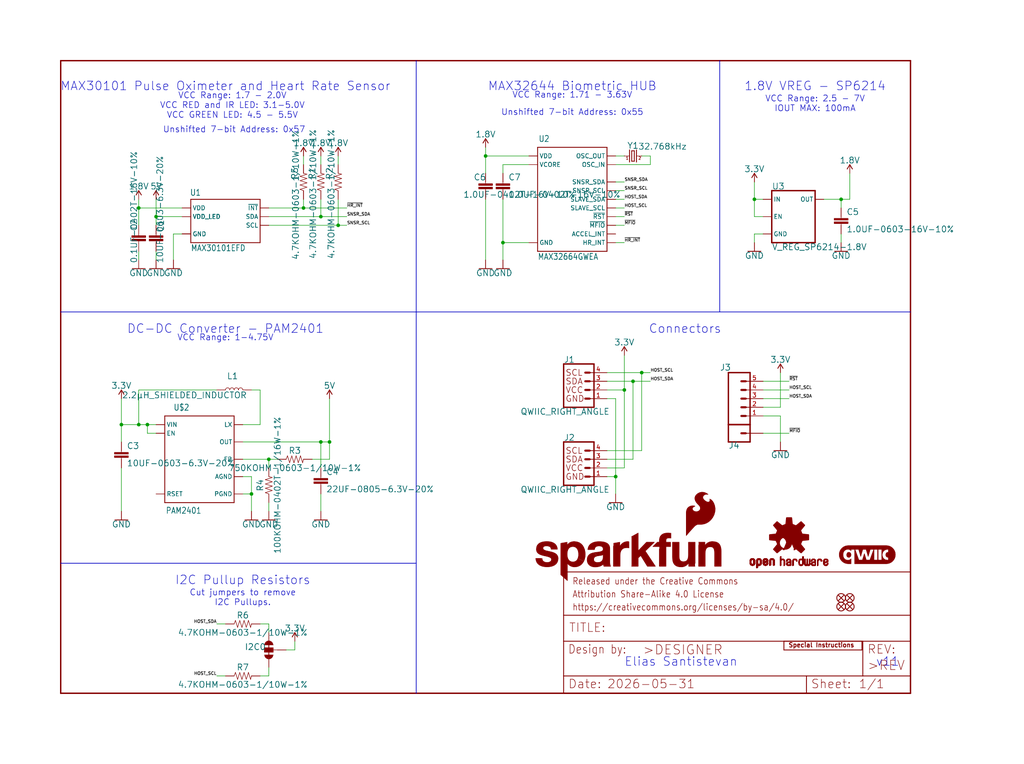
<source format=kicad_sch>
(kicad_sch (version 20230121) (generator eeschema)
  (paper "User" 299.949 223.926)
  (lib_symbols
    (symbol "working-eagle-import:0.1UF-0402T-16V-10%"
      (property "Reference" "C" (at 1.524 2.921 0))
      (symbol "0.1UF-0402T-16V-10%_1_0"
        (pin passive line (at 0 5.08 270) (length 2.54) (name "1") (number "1"))
        (pin passive line (at 0 -2.54 90) (length 2.54) (name "2") (number "2"))
      )
    )
    (symbol "working-eagle-import:1.0UF-0402T-16V-10%"
      (property "Reference" "C" (at 1.524 2.921 0))
      (symbol "1.0UF-0402T-16V-10%_1_0"
        (pin passive line (at 0 5.08 270) (length 2.54) (name "1") (number "1"))
        (pin passive line (at 0 -2.54 90) (length 2.54) (name "2") (number "2"))
      )
    )
    (symbol "working-eagle-import:1.0UF-0603-16V-10%"
      (property "Reference" "C" (at 1.524 2.921 0))
      (symbol "1.0UF-0603-16V-10%_1_0"
        (pin passive line (at 0 5.08 270) (length 2.54) (name "1") (number "1"))
        (pin passive line (at 0 -2.54 90) (length 2.54) (name "2") (number "2"))
      )
    )
    (symbol "working-eagle-import:1.8V" (power)
      (property "Value" "1.8V" (at 0 2.794 0))
      (symbol "1.8V_1_0"
        (pin power_in line (at 0 0 90) (length 2.54) (name "1.8V") (number "1"))
      )
    )
    (symbol "working-eagle-import:100KOHM-0402T-1/16W-1%"
      (property "Reference" "R" (at 0 1.524 0))
      (symbol "100KOHM-0402T-1/16W-1%_1_0"
        (pin passive line (at -5.08 0 0) (length 2.54) (name "1") (number "1"))
        (pin passive line (at 5.08 0 180) (length 2.54) (name "2") (number "2"))
      )
    )
    (symbol "working-eagle-import:10UF-0603-6.3V-20%"
      (property "Reference" "C" (at 1.524 2.921 0))
      (symbol "10UF-0603-6.3V-20%_1_0"
        (pin passive line (at 0 5.08 270) (length 2.54) (name "1") (number "1"))
        (pin passive line (at 0 -2.54 90) (length 2.54) (name "2") (number "2"))
      )
    )
    (symbol "working-eagle-import:2.2μH_SHIELDED_INDUCTOR"
      (property "Reference" "L" (at 1.27 2.54 0))
      (symbol "2.2μH_SHIELDED_INDUCTOR_1_0"
        (pin passive line (at 0 5.08 270) (length 2.54) (name "1") (number "1"))
        (pin passive line (at 0 -5.08 90) (length 2.54) (name "2") (number "2"))
      )
    )
    (symbol "working-eagle-import:22UF-0805-6.3V-20%"
      (property "Reference" "C" (at 1.524 2.921 0))
      (symbol "22UF-0805-6.3V-20%_1_0"
        (pin passive line (at 0 5.08 270) (length 2.54) (name "1") (number "1"))
        (pin passive line (at 0 -2.54 90) (length 2.54) (name "2") (number "2"))
      )
    )
    (symbol "working-eagle-import:3.3V" (power)
      (property "Value" "3.3V" (at 0 2.794 0))
      (symbol "3.3V_1_0"
        (pin power_in line (at 0 0 90) (length 2.54) (name "3.3V") (number "1"))
      )
    )
    (symbol "working-eagle-import:4.7KOHM-0603-1/10W-1%"
      (property "Reference" "R" (at 0 1.524 0))
      (symbol "4.7KOHM-0603-1/10W-1%_1_0"
        (pin passive line (at -5.08 0 0) (length 2.54) (name "1") (number "1"))
        (pin passive line (at 5.08 0 180) (length 2.54) (name "2") (number "2"))
      )
    )
    (symbol "working-eagle-import:5V" (power)
      (property "Value" "5V" (at 0 2.794 0))
      (symbol "5V_1_0"
        (pin power_in line (at 0 0 90) (length 2.54) (name "5V") (number "1"))
      )
    )
    (symbol "working-eagle-import:750KOHM-0603-1/10W-1%"
      (property "Reference" "R" (at 0 1.524 0))
      (symbol "750KOHM-0603-1/10W-1%_1_0"
        (pin passive line (at -5.08 0 0) (length 2.54) (name "1") (number "1"))
        (pin passive line (at 5.08 0 180) (length 2.54) (name "2") (number "2"))
      )
    )
    (symbol "working-eagle-import:CONN_01PTH_NO_SILK_YES_STOP"
      (property "Reference" "J" (at -2.54 3.048 0))
      (symbol "CONN_01PTH_NO_SILK_YES_STOP_1_0"
        (pin passive line (at 7.62 0 180) (length 5.08) (name "1") (number "1"))
      )
    )
    (symbol "working-eagle-import:CONN_05NO_SILK"
      (property "Reference" "J" (at -2.54 8.128 0))
      (symbol "CONN_05NO_SILK_1_0"
        (pin passive line (at 7.62 -5.08 180) (length 5.08) (name "1") (number "1"))
        (pin passive line (at 7.62 -2.54 180) (length 5.08) (name "2") (number "2"))
        (pin passive line (at 7.62 0 180) (length 5.08) (name "3") (number "3"))
        (pin passive line (at 7.62 2.54 180) (length 5.08) (name "4") (number "4"))
        (pin passive line (at 7.62 5.08 180) (length 5.08) (name "5") (number "5"))
      )
    )
    (symbol "working-eagle-import:CRYSTAL-32.768KHZSMD-3.2X1.5"
      (property "Reference" "Y" (at 0 2.032 0))
      (symbol "CRYSTAL-32.768KHZSMD-3.2X1.5_1_0"
        (text "1" (at -2.159 -1.143 0) (effects (font (size 0.8636 0.734)) (justify left bottom)))
        (text "2" (at 1.524 -1.143 0) (effects (font (size 0.8636 0.734)) (justify left bottom)))
        (pin passive line (at -2.54 0 0) (length 0) (name "1") (number "P$1"))
        (pin passive line (at 2.54 0 180) (length 0) (name "2") (number "P$2"))
      )
    )
    (symbol "working-eagle-import:FIDUCIALUFIDUCIAL")
    (symbol "working-eagle-import:FRAME-LETTER"
      (symbol "FRAME-LETTER_2_0"
        (text "${#}/${##}" (at 86.36 1.27 0) (effects (font (size 2.54 2.54)) (justify left bottom)))
        (text "${CURRENT_DATE}" (at 12.7 1.27 0) (effects (font (size 2.54 2.54)) (justify left bottom)))
        (text "${PROJECTNAME}" (at 15.494 17.78 0) (effects (font (size 2.7432 2.7432)) (justify left bottom)))
        (text ">DESIGNER" (at 23.114 11.176 0) (effects (font (size 2.7432 2.7432)) (justify left bottom)))
        (text ">REV" (at 88.9 6.604 0) (effects (font (size 2.7432 2.7432)) (justify left bottom)))
        (text "Attribution Share-Alike 4.0 License" (at 2.54 27.94 0) (effects (font (size 1.9304 1.6408)) (justify left bottom)))
        (text "Date:" (at 1.27 1.27 0) (effects (font (size 2.54 2.54)) (justify left bottom)))
        (text "Design by:" (at 1.27 11.43 0) (effects (font (size 2.54 2.159)) (justify left bottom)))
        (text "https://creativecommons.org/licenses/by-sa/4.0/" (at 2.54 24.13 0) (effects (font (size 1.9304 1.6408)) (justify left bottom)))
        (text "Released under the Creative Commons" (at 2.54 31.75 0) (effects (font (size 1.9304 1.6408)) (justify left bottom)))
        (text "REV:" (at 88.9 11.43 0) (effects (font (size 2.54 2.54)) (justify left bottom)))
        (text "Sheet:" (at 72.39 1.27 0) (effects (font (size 2.54 2.54)) (justify left bottom)))
        (text "TITLE:" (at 1.524 17.78 0) (effects (font (size 2.54 2.54)) (justify left bottom)))
      )
    )
    (symbol "working-eagle-import:GND" (power)
      (property "Value" "GND" (at 0 -0.254 0))
      (symbol "GND_1_0"
        (pin power_in line (at 0 2.54 270) (length 2.54) (name "GND") (number "1"))
      )
    )
    (symbol "working-eagle-import:JUMPER-SMT_3_2-NC_TRACE_SILK"
      (property "Reference" "JP" (at 6.096 1.524 0))
      (symbol "JUMPER-SMT_3_2-NC_TRACE_SILK_1_0"
        (pin passive line (at 0 5.08 270) (length 2.54) (name "1") (number "1"))
        (pin passive line (at -5.08 0 0) (length 2.54) (name "2") (number "2"))
        (pin passive line (at 0 -5.08 90) (length 2.54) (name "3") (number "3"))
      )
    )
    (symbol "working-eagle-import:MAX30101EFD"
      (property "Reference" "U" (at -10.16 8.128 0))
      (symbol "MAX30101EFD_1_0"
        (pin power_in line (at -12.7 2.54 0) (length 2.54) (name "VDD_LED") (number "P10"))
        (pin power_in line (at -12.7 5.08 0) (length 2.54) (name "VDD") (number "P11"))
        (pin power_in line (at -12.7 -2.54 0) (length 2.54) (name "GND") (number "P12"))
        (pin bidirectional line (at 12.7 5.08 180) (length 2.54) (name "~{INT}") (number "P13"))
        (pin bidirectional line (at 12.7 0 180) (length 2.54) (name "SCL") (number "P2"))
        (pin bidirectional line (at 12.7 2.54 180) (length 2.54) (name "SDA") (number "P3"))
        (pin power_in line (at -12.7 -2.54 0) (length 2.54) (name "GND") (number "P4"))
        (pin power_in line (at -12.7 2.54 0) (length 2.54) (name "VDD_LED") (number "P9"))
      )
    )
    (symbol "working-eagle-import:MAX32664GWEA"
      (property "Reference" "U" (at -10.16 18.288 0))
      (symbol "MAX32664GWEA_1_0"
        (pin bidirectional line (at 12.7 15.24 180) (length 2.54) (name "OSC_OUT") (number "1"))
        (pin bidirectional line (at 12.7 0 180) (length 2.54) (name "SLAVE_SCL") (number "10"))
        (pin bidirectional line (at 12.7 -2.54 180) (length 2.54) (name "~{RST}") (number "12"))
        (pin power_in line (at -12.7 -10.16 0) (length 2.54) (name "GND") (number "13"))
        (pin bidirectional line (at 12.7 7.62 180) (length 2.54) (name "SNSR_SDA") (number "14"))
        (pin bidirectional line (at 12.7 -7.62 180) (length 2.54) (name "ACCEL_INT") (number "15"))
        (pin bidirectional line (at 12.7 -5.08 180) (length 2.54) (name "~{MFIO}") (number "16"))
        (pin bidirectional line (at 12.7 12.7 180) (length 2.54) (name "OSC_IN") (number "2"))
        (pin power_in line (at -12.7 15.24 0) (length 2.54) (name "VDD") (number "3"))
        (pin power_in line (at -12.7 12.7 0) (length 2.54) (name "VCORE") (number "4"))
        (pin bidirectional line (at 12.7 5.08 180) (length 2.54) (name "SNSR_SCL") (number "5"))
        (pin bidirectional line (at 12.7 -10.16 180) (length 2.54) (name "HR_INT") (number "6"))
        (pin bidirectional line (at 12.7 2.54 180) (length 2.54) (name "SLAVE_SDA") (number "9"))
      )
    )
    (symbol "working-eagle-import:OSHW-LOGOMINI")
    (symbol "working-eagle-import:PAM2401"
      (property "Reference" "U" (at -10.16 13.208 0))
      (symbol "PAM2401_1_0"
        (pin bidirectional line (at 12.7 10.16 180) (length 2.54) (name "LX") (number "1"))
        (pin bidirectional line (at -12.7 7.62 0) (length 2.54) (name "EN") (number "2"))
        (pin bidirectional line (at -12.7 10.16 0) (length 2.54) (name "VIN") (number "3"))
        (pin bidirectional line (at 12.7 -5.08 180) (length 2.54) (name "AGND") (number "4"))
        (pin bidirectional line (at 12.7 0 180) (length 2.54) (name "FB") (number "5"))
        (pin bidirectional line (at -12.7 -10.16 0) (length 2.54) (name "RSET") (number "6"))
        (pin bidirectional line (at 12.7 5.08 180) (length 2.54) (name "OUT") (number "7"))
        (pin bidirectional line (at 12.7 -10.16 180) (length 2.54) (name "PGND") (number "8"))
      )
    )
    (symbol "working-eagle-import:QWIIC_CONNECTORJS-1MM"
      (property "Reference" "J" (at -5.08 7.874 0))
      (symbol "QWIIC_CONNECTORJS-1MM_1_0"
        (text "GND" (at -4.572 -2.54 0) (effects (font (size 1.778 1.778)) (justify left)))
        (text "SCL" (at -4.572 5.08 0) (effects (font (size 1.778 1.778)) (justify left)))
        (text "SDA" (at -4.572 2.54 0) (effects (font (size 1.778 1.778)) (justify left)))
        (text "VCC" (at -4.572 0 0) (effects (font (size 1.778 1.778)) (justify left)))
        (pin power_in line (at 7.62 -2.54 180) (length 5.08) (name "1") (number "1"))
        (pin power_in line (at 7.62 0 180) (length 5.08) (name "2") (number "2"))
        (pin passive line (at 7.62 2.54 180) (length 5.08) (name "3") (number "3"))
        (pin passive line (at 7.62 5.08 180) (length 5.08) (name "4") (number "4"))
      )
    )
    (symbol "working-eagle-import:QWIIC_LOGO_4MM")
    (symbol "working-eagle-import:SFE_LOGO_FLAME.1_INCH")
    (symbol "working-eagle-import:SFE_LOGO_NAME.1_INCH")
    (symbol "working-eagle-import:SPECIAL_INSTRUCTIONS-ORDERING"
      (symbol "SPECIAL_INSTRUCTIONS-ORDERING_1_0"
        (text "Special Instructions" (at 1.27 0.6985 0) (effects (font (size 1.27 1.27) (thickness 0.254) bold) (justify left bottom)))
      )
    )
    (symbol "working-eagle-import:V_REG_SP6214-1.8V"
      (property "Reference" "U" (at -7.62 7.874 0))
      (symbol "V_REG_SP6214-1.8V_1_0"
        (pin input line (at -10.16 5.08 0) (length 2.54) (name "IN") (number "1"))
        (pin input line (at -10.16 -5.08 0) (length 2.54) (name "GND") (number "2"))
        (pin input line (at -10.16 0 0) (length 2.54) (name "EN") (number "3"))
        (pin passive line (at 7.62 5.08 180) (length 2.54) (name "OUT") (number "5"))
      )
    )
  )
  (junction (at 220.98 58.42))
  (junction (at 147.32 71.12))
  (junction (at 40.64 124.46))
  (junction (at 142.24 45.72))
  (junction (at 96.52 129.54))
  (junction (at 185.42 111.76))
  (junction (at 45.72 63.5))
  (junction (at 78.74 134.62))
  (junction (at 88.9 60.96))
  (junction (at 40.64 60.96))
  (junction (at 93.98 129.54))
  (junction (at 73.66 144.78))
  (junction (at 35.56 124.46))
  (junction (at 180.34 139.7))
  (junction (at 182.88 114.3))
  (junction (at 43.18 124.46))
  (junction (at 246.38 58.42))
  (junction (at 187.96 109.22))
  (junction (at 99.06 66.04))
  (junction (at 93.98 63.5))
  (wire (pts (xy 86.36 190.5) (xy 86.36 187.96)) (stroke (width 0.1524)))
  (wire (pts (xy 53.34 63.5) (xy 45.72 63.5)) (stroke (width 0.1524)))
  (wire (pts (xy 180.34 55.88) (xy 182.88 55.88)) (stroke (width 0.1524)))
  (wire (pts (xy 228.6 121.92) (xy 228.6 129.54)) (stroke (width 0.1524)))
  (wire (pts (xy 220.98 68.58) (xy 220.98 71.12)) (stroke (width 0.1524)))
  (wire (pts (xy 66.04 198.12) (xy 63.5 198.12)) (stroke (width 0.1524)))
  (wire (pts (xy 99.06 66.04) (xy 99.06 58.42)) (stroke (width 0.1524)))
  (polyline (pts (xy 210.82 91.44) (xy 266.7 91.44)) (stroke (width 0.2032) (type solid)))
  (wire (pts (xy 180.34 58.42) (xy 182.88 58.42)) (stroke (width 0.1524)))
  (wire (pts (xy 177.8 134.62) (xy 185.42 134.62)) (stroke (width 0.1524)))
  (polyline (pts (xy 210.82 91.44) (xy 210.82 17.78)) (stroke (width 0.2032) (type solid)))
  (wire (pts (xy 246.38 60.96) (xy 246.38 58.42)) (stroke (width 0.1524)))
  (wire (pts (xy 101.6 63.5) (xy 93.98 63.5)) (stroke (width 0.1524)))
  (wire (pts (xy 96.52 134.62) (xy 96.52 129.54)) (stroke (width 0.1524)))
  (wire (pts (xy 177.8 111.76) (xy 185.42 111.76)) (stroke (width 0.1524)))
  (wire (pts (xy 63.5 114.3) (xy 40.64 114.3)) (stroke (width 0.1524)))
  (wire (pts (xy 78.74 147.32) (xy 78.74 149.86)) (stroke (width 0.1524)))
  (wire (pts (xy 91.44 134.62) (xy 96.52 134.62)) (stroke (width 0.1524)))
  (wire (pts (xy 142.24 50.8) (xy 142.24 45.72)) (stroke (width 0.1524)))
  (wire (pts (xy 154.94 45.72) (xy 142.24 45.72)) (stroke (width 0.1524)))
  (wire (pts (xy 220.98 63.5) (xy 220.98 58.42)) (stroke (width 0.1524)))
  (wire (pts (xy 45.72 63.5) (xy 45.72 66.04)) (stroke (width 0.1524)))
  (wire (pts (xy 88.9 48.26) (xy 88.9 45.72)) (stroke (width 0.1524)))
  (wire (pts (xy 78.74 66.04) (xy 99.06 66.04)) (stroke (width 0.1524)))
  (wire (pts (xy 88.9 60.96) (xy 88.9 58.42)) (stroke (width 0.1524)))
  (wire (pts (xy 93.98 137.16) (xy 93.98 129.54)) (stroke (width 0.1524)))
  (wire (pts (xy 177.8 137.16) (xy 182.88 137.16)) (stroke (width 0.1524)))
  (wire (pts (xy 99.06 48.26) (xy 99.06 45.72)) (stroke (width 0.1524)))
  (wire (pts (xy 228.6 121.92) (xy 223.52 121.92)) (stroke (width 0.1524)))
  (wire (pts (xy 53.34 68.58) (xy 50.8 68.58)) (stroke (width 0.1524)))
  (wire (pts (xy 223.52 114.3) (xy 231.14 114.3)) (stroke (width 0.1524)))
  (wire (pts (xy 40.64 60.96) (xy 40.64 58.42)) (stroke (width 0.1524)))
  (wire (pts (xy 71.12 129.54) (xy 93.98 129.54)) (stroke (width 0.1524)))
  (wire (pts (xy 185.42 111.76) (xy 190.5 111.76)) (stroke (width 0.1524)))
  (wire (pts (xy 78.74 182.88) (xy 76.2 182.88)) (stroke (width 0.1524)))
  (wire (pts (xy 241.3 58.42) (xy 246.38 58.42)) (stroke (width 0.1524)))
  (wire (pts (xy 35.56 137.16) (xy 35.56 149.86)) (stroke (width 0.1524)))
  (polyline (pts (xy 121.92 165.1) (xy 121.92 91.44)) (stroke (width 0.2032) (type solid)))
  (wire (pts (xy 71.12 134.62) (xy 78.74 134.62)) (stroke (width 0.1524)))
  (wire (pts (xy 93.98 48.26) (xy 93.98 45.72)) (stroke (width 0.1524)))
  (wire (pts (xy 78.74 185.42) (xy 78.74 182.88)) (stroke (width 0.1524)))
  (polyline (pts (xy 121.92 165.1) (xy 17.78 165.1)) (stroke (width 0.2032) (type solid)))
  (wire (pts (xy 142.24 58.42) (xy 142.24 76.2)) (stroke (width 0.1524)))
  (wire (pts (xy 93.98 129.54) (xy 96.52 129.54)) (stroke (width 0.1524)))
  (wire (pts (xy 187.96 45.72) (xy 190.5 45.72)) (stroke (width 0.1524)))
  (wire (pts (xy 180.34 116.84) (xy 180.34 139.7)) (stroke (width 0.1524)))
  (wire (pts (xy 45.72 73.66) (xy 45.72 76.2)) (stroke (width 0.1524)))
  (wire (pts (xy 180.34 48.26) (xy 190.5 48.26)) (stroke (width 0.1524)))
  (wire (pts (xy 76.2 124.46) (xy 76.2 114.3)) (stroke (width 0.1524)))
  (wire (pts (xy 78.74 134.62) (xy 78.74 137.16)) (stroke (width 0.1524)))
  (wire (pts (xy 78.74 195.58) (xy 78.74 198.12)) (stroke (width 0.1524)))
  (wire (pts (xy 45.72 58.42) (xy 45.72 63.5)) (stroke (width 0.1524)))
  (wire (pts (xy 185.42 134.62) (xy 185.42 111.76)) (stroke (width 0.1524)))
  (wire (pts (xy 93.98 144.78) (xy 93.98 149.86)) (stroke (width 0.1524)))
  (wire (pts (xy 101.6 66.04) (xy 99.06 66.04)) (stroke (width 0.1524)))
  (wire (pts (xy 147.32 71.12) (xy 147.32 76.2)) (stroke (width 0.1524)))
  (wire (pts (xy 180.34 60.96) (xy 182.88 60.96)) (stroke (width 0.1524)))
  (polyline (pts (xy 17.78 91.44) (xy 121.92 91.44)) (stroke (width 0.2032) (type solid)))
  (wire (pts (xy 177.8 139.7) (xy 180.34 139.7)) (stroke (width 0.1524)))
  (wire (pts (xy 40.64 73.66) (xy 40.64 76.2)) (stroke (width 0.1524)))
  (wire (pts (xy 45.72 127) (xy 43.18 127)) (stroke (width 0.1524)))
  (wire (pts (xy 180.34 139.7) (xy 180.34 144.78)) (stroke (width 0.1524)))
  (wire (pts (xy 76.2 114.3) (xy 73.66 114.3)) (stroke (width 0.1524)))
  (wire (pts (xy 142.24 45.72) (xy 142.24 43.18)) (stroke (width 0.1524)))
  (wire (pts (xy 40.64 60.96) (xy 40.64 66.04)) (stroke (width 0.1524)))
  (wire (pts (xy 53.34 60.96) (xy 40.64 60.96)) (stroke (width 0.1524)))
  (wire (pts (xy 35.56 124.46) (xy 35.56 116.84)) (stroke (width 0.1524)))
  (wire (pts (xy 246.38 68.58) (xy 246.38 71.12)) (stroke (width 0.1524)))
  (wire (pts (xy 78.74 63.5) (xy 93.98 63.5)) (stroke (width 0.1524)))
  (wire (pts (xy 154.94 48.26) (xy 147.32 48.26)) (stroke (width 0.1524)))
  (wire (pts (xy 223.52 63.5) (xy 220.98 63.5)) (stroke (width 0.1524)))
  (wire (pts (xy 73.66 144.78) (xy 73.66 149.86)) (stroke (width 0.1524)))
  (wire (pts (xy 220.98 58.42) (xy 223.52 58.42)) (stroke (width 0.1524)))
  (wire (pts (xy 187.96 109.22) (xy 190.5 109.22)) (stroke (width 0.1524)))
  (wire (pts (xy 71.12 124.46) (xy 76.2 124.46)) (stroke (width 0.1524)))
  (polyline (pts (xy 121.92 91.44) (xy 210.82 91.44)) (stroke (width 0.2032) (type solid)))
  (wire (pts (xy 45.72 124.46) (xy 43.18 124.46)) (stroke (width 0.1524)))
  (wire (pts (xy 177.8 132.08) (xy 187.96 132.08)) (stroke (width 0.1524)))
  (wire (pts (xy 190.5 45.72) (xy 190.5 48.26)) (stroke (width 0.1524)))
  (wire (pts (xy 177.8 109.22) (xy 187.96 109.22)) (stroke (width 0.1524)))
  (wire (pts (xy 35.56 129.54) (xy 35.56 124.46)) (stroke (width 0.1524)))
  (wire (pts (xy 187.96 132.08) (xy 187.96 109.22)) (stroke (width 0.1524)))
  (wire (pts (xy 180.34 66.04) (xy 182.88 66.04)) (stroke (width 0.1524)))
  (wire (pts (xy 248.92 58.42) (xy 248.92 50.8)) (stroke (width 0.1524)))
  (wire (pts (xy 73.66 139.7) (xy 73.66 144.78)) (stroke (width 0.1524)))
  (wire (pts (xy 71.12 144.78) (xy 73.66 144.78)) (stroke (width 0.1524)))
  (wire (pts (xy 182.88 114.3) (xy 182.88 104.14)) (stroke (width 0.1524)))
  (wire (pts (xy 78.74 198.12) (xy 76.2 198.12)) (stroke (width 0.1524)))
  (wire (pts (xy 180.34 63.5) (xy 182.88 63.5)) (stroke (width 0.1524)))
  (wire (pts (xy 223.52 119.38) (xy 228.6 119.38)) (stroke (width 0.1524)))
  (wire (pts (xy 93.98 63.5) (xy 93.98 58.42)) (stroke (width 0.1524)))
  (wire (pts (xy 147.32 48.26) (xy 147.32 50.8)) (stroke (width 0.1524)))
  (wire (pts (xy 147.32 58.42) (xy 147.32 71.12)) (stroke (width 0.1524)))
  (wire (pts (xy 81.28 134.62) (xy 78.74 134.62)) (stroke (width 0.1524)))
  (wire (pts (xy 40.64 114.3) (xy 40.64 124.46)) (stroke (width 0.1524)))
  (wire (pts (xy 40.64 124.46) (xy 35.56 124.46)) (stroke (width 0.1524)))
  (wire (pts (xy 43.18 127) (xy 43.18 124.46)) (stroke (width 0.1524)))
  (wire (pts (xy 177.8 114.3) (xy 182.88 114.3)) (stroke (width 0.1524)))
  (polyline (pts (xy 121.92 91.44) (xy 121.92 17.78)) (stroke (width 0.2032) (type solid)))
  (wire (pts (xy 180.34 53.34) (xy 182.88 53.34)) (stroke (width 0.1524)))
  (wire (pts (xy 88.9 60.96) (xy 101.6 60.96)) (stroke (width 0.1524)))
  (wire (pts (xy 223.52 116.84) (xy 231.14 116.84)) (stroke (width 0.1524)))
  (wire (pts (xy 96.52 129.54) (xy 96.52 116.84)) (stroke (width 0.1524)))
  (wire (pts (xy 182.88 137.16) (xy 182.88 114.3)) (stroke (width 0.1524)))
  (wire (pts (xy 220.98 53.34) (xy 220.98 58.42)) (stroke (width 0.1524)))
  (wire (pts (xy 71.12 139.7) (xy 73.66 139.7)) (stroke (width 0.1524)))
  (polyline (pts (xy 121.92 203.2) (xy 121.92 165.1)) (stroke (width 0.2032) (type solid)))
  (wire (pts (xy 223.52 68.58) (xy 220.98 68.58)) (stroke (width 0.1524)))
  (wire (pts (xy 246.38 58.42) (xy 248.92 58.42)) (stroke (width 0.1524)))
  (wire (pts (xy 154.94 71.12) (xy 147.32 71.12)) (stroke (width 0.1524)))
  (wire (pts (xy 223.52 127) (xy 231.14 127)) (stroke (width 0.1524)))
  (wire (pts (xy 228.6 119.38) (xy 228.6 109.22)) (stroke (width 0.1524)))
  (wire (pts (xy 180.34 45.72) (xy 182.88 45.72)) (stroke (width 0.1524)))
  (wire (pts (xy 66.04 182.88) (xy 63.5 182.88)) (stroke (width 0.1524)))
  (wire (pts (xy 43.18 124.46) (xy 40.64 124.46)) (stroke (width 0.1524)))
  (wire (pts (xy 180.34 71.12) (xy 182.88 71.12)) (stroke (width 0.1524)))
  (wire (pts (xy 78.74 60.96) (xy 88.9 60.96)) (stroke (width 0.1524)))
  (wire (pts (xy 50.8 68.58) (xy 50.8 76.2)) (stroke (width 0.1524)))
  (wire (pts (xy 177.8 116.84) (xy 180.34 116.84)) (stroke (width 0.1524)))
  (wire (pts (xy 223.52 111.76) (xy 231.14 111.76)) (stroke (width 0.1524)))
  (wire (pts (xy 83.82 190.5) (xy 86.36 190.5)) (stroke (width 0.1524)))
  (text "Unshifted 7-bit Address: 0x57" (at 68.58 38.1 0) (effects (font (size 1.778 1.778))))
  (text "1.8V VREG - SP6214" (at 238.76 25.4 0) (effects (font (size 2.54 2.54))))
  (text "VCC Range: 2.5 - 7V\nIOUT MAX: 100mA" (at 238.76 30.48 0) (effects (font (size 1.778 1.778))))
  (text "DC-DC Converter - PAM2401" (at 66.04 96.52 0) (effects (font (size 2.54 2.54))))
  (text "Elias Santistevan" (at 182.88 195.58 0) (effects (font (size 2.54 2.54)) (justify left bottom)))
  (text "MAX30101 Pulse Oximeter and Heart Rate Sensor" (at 66.04 25.4 0) (effects (font (size 2.54 2.54))))
  (text "Unshifted 7-bit Address: 0x55" (at 167.64 33.02 0) (effects (font (size 1.778 1.778))))
  (text "VCC Range: 1.7 - 2.0V\nVCC RED and IR LED: 3.1-5.0V\nVCC GREEN LED: 4.5 - 5.5V" (at 68.072 30.988 0) (effects (font (size 1.778 1.778))))
  (text "Connectors" (at 200.66 96.52 0) (effects (font (size 2.54 2.54))))
  (text "VCC Range: 1-4.75V" (at 66.04 99.06 0) (effects (font (size 1.778 1.778))))
  (text "VCC Range: 1.71 - 3.63V" (at 167.64 27.94 0) (effects (font (size 1.778 1.778))))
  (text "Cut jumpers to remove\nI2C Pullups." (at 71.12 175.26 0) (effects (font (size 1.778 1.778))))
  (text "MAX32644 Biometric HUB" (at 167.64 25.4 0) (effects (font (size 2.54 2.54))))
  (text "I2C Pullup Resistors" (at 71.12 170.18 0) (effects (font (size 2.54 2.54))))
  (text "v11" (at 256.54 195.58 0) (effects (font (size 2.54 2.54)) (justify left bottom)))
  (label "~{RST}" (at 182.88 63.5 0) (effects (font (size 0.889 0.889))))
  (label "HOST_SCL" (at 182.88 60.96 0) (effects (font (size 0.889 0.889))))
  (label "HOST_SCL" (at 231.14 114.3 0) (effects (font (size 0.889 0.889))))
  (label "SNSR_SDA" (at 182.88 53.34 0) (effects (font (size 0.889 0.889))))
  (label "HOST_SDA" (at 190.5 111.76 0) (effects (font (size 0.889 0.889))))
  (label "HOST_SCL" (at 190.5 109.22 0) (effects (font (size 0.889 0.889))))
  (label "~{HR_INT}" (at 182.88 71.12 0) (effects (font (size 0.889 0.889))))
  (label "~{HR_INT}" (at 101.6 60.96 0) (effects (font (size 0.889 0.889))))
  (label "SNSR_SDA" (at 101.6 63.5 0) (effects (font (size 0.889 0.889))))
  (label "~{MFIO}" (at 182.88 66.04 0) (effects (font (size 0.889 0.889))))
  (label "HOST_SCL" (at 63.5 198.12 180) (effects (font (size 0.889 0.889))))
  (label "HOST_SDA" (at 63.5 182.88 180) (effects (font (size 0.889 0.889))))
  (label "SNSR_SCL" (at 182.88 55.88 0) (effects (font (size 0.889 0.889))))
  (label "HOST_SDA" (at 182.88 58.42 0) (effects (font (size 0.889 0.889))))
  (label "SNSR_SCL" (at 101.6 66.04 0) (effects (font (size 0.889 0.889))))
  (label "~{RST}" (at 231.14 111.76 0) (effects (font (size 0.889 0.889))))
  (label "HOST_SDA" (at 231.14 116.84 0) (effects (font (size 0.889 0.889))))
  (label "~{MFIO}" (at 231.14 127 0) (effects (font (size 0.889 0.889))))
  (symbol (lib_id "working-eagle-import:4.7KOHM-0603-1/10W-1%") (at 93.98 53.34 90) (unit 1)
    (property "Reference" "R1" (at 92.456 50.8 0) (effects (font (size 1.778 1.778)) (justify bottom)))
    (property "Value" "4.7KOHM-0603-1/10W-1%" (at 90.678 56.896 0) (effects (font (size 1.778 1.778)) (justify top)))
    (property "Footprint" "working:0603" (effects hide))
  )
  (symbol (lib_id "working-eagle-import:GND") (at 228.6 132.08 0) (unit 1)
    (property "Reference" "#GND13" (effects hide))
    (property "Value" "GND" (at 228.6 132.334 0) (effects (font (size 1.778 1.778)) (justify top)))
  )
  (symbol (lib_id "working-eagle-import:GND") (at 142.24 78.74 0) (unit 1)
    (property "Reference" "#GND11" (effects hide))
    (property "Value" "GND" (at 142.24 78.994 0) (effects (font (size 1.778 1.778)) (justify top)))
  )
  (symbol (lib_id "working-eagle-import:0.1UF-0402T-16V-10%") (at 40.64 71.12 0) (unit 1)
    (property "Reference" "C2" (at 40.259 67.818 90) (effects (font (size 1.778 1.778)) (justify left bottom)))
    (property "Value" "0.1UF-0402T-16V-10%" (at 40.259 77.216 90) (effects (font (size 1.778 1.778)) (justify left bottom)))
    (property "Footprint" "working:0402-TIGHT" (effects hide))
  )
  (symbol (lib_id "working-eagle-import:QWIIC_CONNECTORJS-1MM") (at 170.18 114.3 0) (unit 1)
    (property "Reference" "J1" (at 165.1 106.426 0) (effects (font (size 1.778 1.778)) (justify left bottom)))
    (property "Value" "QWIIC_RIGHT_ANGLE" (at 152.4 119.634 0) (effects (font (size 1.778 1.778)) (justify left top)))
    (property "Footprint" "working:JST04_1MM_RA" (effects hide))
  )
  (symbol (lib_id "working-eagle-import:1.0UF-0402T-16V-10%") (at 147.32 55.88 0) (unit 1)
    (property "Reference" "C7" (at 148.844 52.959 0) (effects (font (size 1.778 1.778)) (justify left bottom)))
    (property "Value" "1.0UF-0402T-16V-10%" (at 148.844 58.039 0) (effects (font (size 1.778 1.778)) (justify left bottom)))
    (property "Footprint" "working:0402-TIGHT" (effects hide))
  )
  (symbol (lib_id "working-eagle-import:3.3V") (at 35.56 116.84 0) (unit 1)
    (property "Reference" "#SUPPLY1" (effects hide))
    (property "Value" "3.3V" (at 35.56 114.046 0) (effects (font (size 1.778 1.778)) (justify bottom)))
  )
  (symbol (lib_id "working-eagle-import:1.8V") (at 40.64 58.42 0) (unit 1)
    (property "Reference" "#SUPPLY5" (effects hide))
    (property "Value" "1.8V" (at 40.64 55.626 0) (effects (font (size 1.778 1.778)) (justify bottom)))
  )
  (symbol (lib_id "working-eagle-import:GND") (at 40.64 78.74 0) (unit 1)
    (property "Reference" "#GND9" (effects hide))
    (property "Value" "GND" (at 40.64 78.994 0) (effects (font (size 1.778 1.778)) (justify top)))
  )
  (symbol (lib_id "working-eagle-import:CONN_01PTH_NO_SILK_YES_STOP") (at 215.9 127 0) (unit 1)
    (property "Reference" "J4" (at 213.36 131.572 0) (effects (font (size 1.778 1.778)) (justify left bottom)))
    (property "Value" "CONN_01PTH_NO_SILK_YES_STOP" (effects hide))
    (property "Footprint" "working:1X01_NO_SILK" (effects hide))
  )
  (symbol (lib_id "working-eagle-import:100KOHM-0402T-1/16W-1%") (at 78.74 142.24 90) (unit 1)
    (property "Reference" "R4" (at 77.216 142.24 0) (effects (font (size 1.778 1.778)) (justify bottom)))
    (property "Value" "100KOHM-0402T-1/16W-1%" (at 80.264 142.24 0) (effects (font (size 1.778 1.778)) (justify top)))
    (property "Footprint" "working:0402-TIGHT" (effects hide))
  )
  (symbol (lib_id "working-eagle-import:QWIIC_CONNECTORJS-1MM") (at 170.18 137.16 0) (unit 1)
    (property "Reference" "J2" (at 165.1 129.286 0) (effects (font (size 1.778 1.778)) (justify left bottom)))
    (property "Value" "QWIIC_RIGHT_ANGLE" (at 152.4 142.494 0) (effects (font (size 1.778 1.778)) (justify left top)))
    (property "Footprint" "working:JST04_1MM_RA" (effects hide))
  )
  (symbol (lib_id "working-eagle-import:CONN_05NO_SILK") (at 215.9 116.84 0) (unit 1)
    (property "Reference" "J3" (at 210.82 108.712 0) (effects (font (size 1.778 1.778)) (justify left bottom)))
    (property "Value" "CONN_05NO_SILK" (effects hide))
    (property "Footprint" "working:1X05_NO_SILK" (effects hide))
  )
  (symbol (lib_id "working-eagle-import:2.2μH_SHIELDED_INDUCTOR") (at 68.58 114.3 90) (unit 1)
    (property "Reference" "L1" (at 69.85 109.22 90) (effects (font (size 1.778 1.778)) (justify left bottom)))
    (property "Value" "2.2μH_SHIELDED_INDUCTOR" (at 72.39 116.84 90) (effects (font (size 1.778 1.778)) (justify left top)))
    (property "Footprint" "working:0806" (effects hide))
  )
  (symbol (lib_id "working-eagle-import:GND") (at 78.74 152.4 0) (unit 1)
    (property "Reference" "#GND2" (effects hide))
    (property "Value" "GND" (at 78.74 152.654 0) (effects (font (size 1.778 1.778)) (justify top)))
  )
  (symbol (lib_id "working-eagle-import:GND") (at 180.34 147.32 0) (unit 1)
    (property "Reference" "#GND12" (effects hide))
    (property "Value" "GND" (at 180.34 147.574 0) (effects (font (size 1.778 1.778)) (justify top)))
  )
  (symbol (lib_id "working-eagle-import:5V") (at 45.72 58.42 0) (unit 1)
    (property "Reference" "#SUPPLY6" (effects hide))
    (property "Value" "5V" (at 45.72 55.626 0) (effects (font (size 1.778 1.778)) (justify bottom)))
  )
  (symbol (lib_id "working-eagle-import:CRYSTAL-32.768KHZSMD-3.2X1.5") (at 185.42 45.72 0) (unit 1)
    (property "Reference" "Y1" (at 185.42 43.688 0) (effects (font (size 1.778 1.778)) (justify bottom)))
    (property "Value" "32.768kHz" (at 194.056 41.91 0) (effects (font (size 1.778 1.778)) (justify top)))
    (property "Footprint" "working:CRYSTAL-SMD-3.2X1.5MM" (effects hide))
  )
  (symbol (lib_id "working-eagle-import:FRAME-LETTER") (at 165.1 203.2 0) (unit 2)
    (property "Reference" "FRAME1" (effects hide))
    (property "Value" "FRAME-LETTER" (effects hide))
    (property "Footprint" "working:CREATIVE_COMMONS" (effects hide))
  )
  (symbol (lib_id "working-eagle-import:GND") (at 147.32 78.74 0) (unit 1)
    (property "Reference" "#GND10" (effects hide))
    (property "Value" "GND" (at 147.32 78.994 0) (effects (font (size 1.778 1.778)) (justify top)))
  )
  (symbol (lib_id "working-eagle-import:FIDUCIALUFIDUCIAL") (at 246.38 177.8 0) (unit 1)
    (property "Reference" "FD1" (effects hide))
    (property "Value" "FIDUCIALUFIDUCIAL" (effects hide))
    (property "Footprint" "working:FIDUCIAL-MICRO" (effects hide))
  )
  (symbol (lib_id "working-eagle-import:GND") (at 35.56 152.4 0) (unit 1)
    (property "Reference" "#GND3" (effects hide))
    (property "Value" "GND" (at 35.56 152.654 0) (effects (font (size 1.778 1.778)) (justify top)))
  )
  (symbol (lib_id "working-eagle-import:FIDUCIALUFIDUCIAL") (at 246.38 175.26 0) (unit 1)
    (property "Reference" "FD2" (effects hide))
    (property "Value" "FIDUCIALUFIDUCIAL" (effects hide))
    (property "Footprint" "working:FIDUCIAL-MICRO" (effects hide))
  )
  (symbol (lib_id "working-eagle-import:3.3V") (at 182.88 104.14 0) (unit 1)
    (property "Reference" "#SUPPLY11" (effects hide))
    (property "Value" "3.3V" (at 182.88 101.346 0) (effects (font (size 1.778 1.778)) (justify bottom)))
  )
  (symbol (lib_id "working-eagle-import:GND") (at 45.72 78.74 0) (unit 1)
    (property "Reference" "#GND8" (effects hide))
    (property "Value" "GND" (at 45.72 78.994 0) (effects (font (size 1.778 1.778)) (justify top)))
  )
  (symbol (lib_id "working-eagle-import:1.8V") (at 93.98 45.72 0) (unit 1)
    (property "Reference" "#SUPPLY7" (effects hide))
    (property "Value" "1.8V" (at 93.98 42.926 0) (effects (font (size 1.778 1.778)) (justify bottom)))
  )
  (symbol (lib_id "working-eagle-import:3.3V") (at 228.6 109.22 0) (unit 1)
    (property "Reference" "#SUPPLY12" (effects hide))
    (property "Value" "3.3V" (at 228.6 106.426 0) (effects (font (size 1.778 1.778)) (justify bottom)))
  )
  (symbol (lib_id "working-eagle-import:GND") (at 220.98 73.66 0) (unit 1)
    (property "Reference" "#GND5" (effects hide))
    (property "Value" "GND" (at 220.98 73.914 0) (effects (font (size 1.778 1.778)) (justify top)))
  )
  (symbol (lib_id "working-eagle-import:SFE_LOGO_NAME.1_INCH") (at 154.94 170.18 0) (unit 1)
    (property "Reference" "LOGO3" (effects hide))
    (property "Value" "SFE_LOGO_NAME.1_INCH" (effects hide))
    (property "Footprint" "working:SFE_LOGO_NAME_.1" (effects hide))
  )
  (symbol (lib_id "working-eagle-import:5V") (at 96.52 116.84 0) (unit 1)
    (property "Reference" "#SUPPLY2" (effects hide))
    (property "Value" "5V" (at 96.52 114.046 0) (effects (font (size 1.778 1.778)) (justify bottom)))
  )
  (symbol (lib_id "working-eagle-import:1.0UF-0402T-16V-10%") (at 142.24 55.88 0) (unit 1)
    (property "Reference" "C6" (at 138.684 52.959 0) (effects (font (size 1.778 1.778)) (justify left bottom)))
    (property "Value" "1.0UF-0402T-16V-10%" (at 135.636 58.039 0) (effects (font (size 1.778 1.778)) (justify left bottom)))
    (property "Footprint" "working:0402-TIGHT" (effects hide))
  )
  (symbol (lib_id "working-eagle-import:OSHW-LOGOMINI") (at 231.14 157.48 0) (unit 1)
    (property "Reference" "LOGO2" (effects hide))
    (property "Value" "OSHW-LOGOMINI" (effects hide))
    (property "Footprint" "working:OSHW-LOGO-MINI" (effects hide))
  )
  (symbol (lib_id "working-eagle-import:1.8V") (at 88.9 45.72 0) (unit 1)
    (property "Reference" "#SUPPLY9" (effects hide))
    (property "Value" "1.8V" (at 88.9 42.926 0) (effects (font (size 1.778 1.778)) (justify bottom)))
  )
  (symbol (lib_id "working-eagle-import:1.8V") (at 142.24 43.18 0) (unit 1)
    (property "Reference" "#SUPPLY10" (effects hide))
    (property "Value" "1.8V" (at 142.24 40.386 0) (effects (font (size 1.778 1.778)) (justify bottom)))
  )
  (symbol (lib_id "working-eagle-import:10UF-0603-6.3V-20%") (at 35.56 134.62 0) (unit 1)
    (property "Reference" "C3" (at 37.084 131.699 0) (effects (font (size 1.778 1.778)) (justify left bottom)))
    (property "Value" "10UF-0603-6.3V-20%" (at 37.084 136.779 0) (effects (font (size 1.778 1.778)) (justify left bottom)))
    (property "Footprint" "working:0603" (effects hide))
  )
  (symbol (lib_id "working-eagle-import:1.8V") (at 99.06 45.72 0) (unit 1)
    (property "Reference" "#SUPPLY8" (effects hide))
    (property "Value" "1.8V" (at 99.06 42.926 0) (effects (font (size 1.778 1.778)) (justify bottom)))
  )
  (symbol (lib_id "working-eagle-import:1.8V") (at 248.92 50.8 0) (unit 1)
    (property "Reference" "#SUPPLY3" (effects hide))
    (property "Value" "1.8V" (at 248.92 48.006 0) (effects (font (size 1.778 1.778)) (justify bottom)))
  )
  (symbol (lib_id "working-eagle-import:GND") (at 50.8 78.74 0) (unit 1)
    (property "Reference" "#GND7" (effects hide))
    (property "Value" "GND" (at 50.8 78.994 0) (effects (font (size 1.778 1.778)) (justify top)))
  )
  (symbol (lib_id "working-eagle-import:GND") (at 246.38 73.66 0) (unit 1)
    (property "Reference" "#GND6" (effects hide))
    (property "Value" "GND" (at 246.38 73.914 0) (effects (font (size 1.778 1.778)) (justify top)))
  )
  (symbol (lib_id "working-eagle-import:750KOHM-0603-1/10W-1%") (at 86.36 134.62 0) (unit 1)
    (property "Reference" "R3" (at 86.36 133.096 0) (effects (font (size 1.778 1.778)) (justify bottom)))
    (property "Value" "750KOHM-0603-1/10W-1%" (at 86.36 136.144 0) (effects (font (size 1.778 1.778)) (justify top)))
    (property "Footprint" "working:0603" (effects hide))
  )
  (symbol (lib_id "working-eagle-import:JUMPER-SMT_3_2-NC_TRACE_SILK") (at 78.74 190.5 180) (unit 1)
    (property "Reference" "I2C0" (at 71.628 190.627 0) (effects (font (size 1.778 1.778)) (justify right top)))
    (property "Value" "JUMPER-SMT_3_2-NC_TRACE_SILK" (effects hide))
    (property "Footprint" "working:SMT-JUMPER_3_2-NC_TRACE_SILK" (effects hide))
  )
  (symbol (lib_id "working-eagle-import:10UF-0603-6.3V-20%") (at 45.72 71.12 0) (unit 1)
    (property "Reference" "C1" (at 48.133 68.072 90) (effects (font (size 1.778 1.778)) (justify left bottom)))
    (property "Value" "10UF-0603-6.3V-20%" (at 47.879 77.216 90) (effects (font (size 1.778 1.778)) (justify left bottom)))
    (property "Footprint" "working:0603" (effects hide))
  )
  (symbol (lib_id "working-eagle-import:GND") (at 93.98 152.4 0) (unit 1)
    (property "Reference" "#GND4" (effects hide))
    (property "Value" "GND" (at 93.98 152.654 0) (effects (font (size 1.778 1.778)) (justify top)))
  )
  (symbol (lib_id "working-eagle-import:4.7KOHM-0603-1/10W-1%") (at 99.06 53.34 90) (unit 1)
    (property "Reference" "R2" (at 97.536 50.8 0) (effects (font (size 1.778 1.778)) (justify bottom)))
    (property "Value" "4.7KOHM-0603-1/10W-1%" (at 96.012 56.896 0) (effects (font (size 1.778 1.778)) (justify top)))
    (property "Footprint" "working:0603" (effects hide))
  )
  (symbol (lib_id "working-eagle-import:QWIIC_LOGO_4MM") (at 254 162.56 0) (unit 1)
    (property "Reference" "LOGO5" (effects hide))
    (property "Value" "QWIIC_LOGO_4MM" (effects hide))
    (property "Footprint" "working:QWIIC_4MM" (effects hide))
  )
  (symbol (lib_id "working-eagle-import:4.7KOHM-0603-1/10W-1%") (at 71.12 182.88 0) (unit 1)
    (property "Reference" "R6" (at 71.12 181.356 0) (effects (font (size 1.778 1.778)) (justify bottom)))
    (property "Value" "4.7KOHM-0603-1/10W-1%" (at 71.12 184.404 0) (effects (font (size 1.778 1.778)) (justify top)))
    (property "Footprint" "working:0603" (effects hide))
  )
  (symbol (lib_id "working-eagle-import:FRAME-LETTER") (at 17.78 203.2 0) (unit 1)
    (property "Reference" "FRAME1" (effects hide))
    (property "Value" "FRAME-LETTER" (effects hide))
    (property "Footprint" "working:CREATIVE_COMMONS" (effects hide))
  )
  (symbol (lib_id "working-eagle-import:GND") (at 73.66 152.4 0) (unit 1)
    (property "Reference" "#GND1" (effects hide))
    (property "Value" "GND" (at 73.66 152.654 0) (effects (font (size 1.778 1.778)) (justify top)))
  )
  (symbol (lib_id "working-eagle-import:4.7KOHM-0603-1/10W-1%") (at 71.12 198.12 0) (unit 1)
    (property "Reference" "R7" (at 71.12 196.596 0) (effects (font (size 1.778 1.778)) (justify bottom)))
    (property "Value" "4.7KOHM-0603-1/10W-1%" (at 71.12 199.644 0) (effects (font (size 1.778 1.778)) (justify top)))
    (property "Footprint" "working:0603" (effects hide))
  )
  (symbol (lib_id "working-eagle-import:3.3V") (at 220.98 53.34 0) (unit 1)
    (property "Reference" "#SUPPLY4" (effects hide))
    (property "Value" "3.3V" (at 220.98 50.546 0) (effects (font (size 1.778 1.778)) (justify bottom)))
  )
  (symbol (lib_id "working-eagle-import:22UF-0805-6.3V-20%") (at 93.98 142.24 0) (unit 1)
    (property "Reference" "C4" (at 95.504 139.319 0) (effects (font (size 1.778 1.778)) (justify left bottom)))
    (property "Value" "22UF-0805-6.3V-20%" (at 95.504 144.399 0) (effects (font (size 1.778 1.778)) (justify left bottom)))
    (property "Footprint" "working:0805" (effects hide))
  )
  (symbol (lib_id "working-eagle-import:3.3V") (at 86.36 187.96 0) (unit 1)
    (property "Reference" "#SUPPLY13" (effects hide))
    (property "Value" "3.3V" (at 86.36 185.166 0) (effects (font (size 1.778 1.778)) (justify bottom)))
  )
  (symbol (lib_id "working-eagle-import:SFE_LOGO_FLAME.1_INCH") (at 200.66 157.48 0) (unit 1)
    (property "Reference" "LOGO1" (effects hide))
    (property "Value" "SFE_LOGO_FLAME.1_INCH" (effects hide))
    (property "Footprint" "working:SFE_LOGO_FLAME_.1" (effects hide))
  )
  (symbol (lib_id "working-eagle-import:FIDUCIALUFIDUCIAL") (at 248.92 177.8 0) (unit 1)
    (property "Reference" "FD4" (effects hide))
    (property "Value" "FIDUCIALUFIDUCIAL" (effects hide))
    (property "Footprint" "working:FIDUCIAL-MICRO" (effects hide))
  )
  (symbol (lib_id "working-eagle-import:MAX30101EFD") (at 66.04 66.04 0) (unit 1)
    (property "Reference" "U1" (at 55.626 57.404 0) (effects (font (size 1.778 1.5113)) (justify left bottom)))
    (property "Value" "MAX30101EFD" (at 55.88 73.66 0) (effects (font (size 1.778 1.5113)) (justify left bottom)))
    (property "Footprint" "working:14_PIN_OESIP" (effects hide))
  )
  (symbol (lib_id "working-eagle-import:FIDUCIALUFIDUCIAL") (at 248.92 175.26 0) (unit 1)
    (property "Reference" "FD3" (effects hide))
    (property "Value" "FIDUCIALUFIDUCIAL" (effects hide))
    (property "Footprint" "working:FIDUCIAL-MICRO" (effects hide))
  )
  (symbol (lib_id "working-eagle-import:SPECIAL_INSTRUCTIONS-ORDERING") (at 229.616 190.5 0) (unit 1)
    (property "Reference" "LOGO4" (effects hide))
    (property "Value" "SPECIAL_INSTRUCTIONS-ORDERING" (effects hide))
    (property "Footprint" "working:ORDERING_INSTRUCTIONS" (effects hide))
  )
  (symbol (lib_id "working-eagle-import:4.7KOHM-0603-1/10W-1%") (at 88.9 53.34 90) (unit 1)
    (property "Reference" "R5" (at 87.376 50.8 0) (effects (font (size 1.778 1.778)) (justify bottom)))
    (property "Value" "4.7KOHM-0603-1/10W-1%" (at 85.598 57.15 0) (effects (font (size 1.778 1.778)) (justify top)))
    (property "Footprint" "working:0603" (effects hide))
  )
  (symbol (lib_id "working-eagle-import:MAX32664GWEA") (at 167.64 60.96 0) (unit 1)
    (property "Reference" "U2" (at 157.734 41.656 0) (effects (font (size 1.778 1.5113)) (justify left bottom)))
    (property "Value" "MAX32664GWEA" (at 157.48 76.2 0) (effects (font (size 1.778 1.5113)) (justify left bottom)))
    (property "Footprint" "working:16_PIN_WLP" (effects hide))
  )
  (symbol (lib_id "working-eagle-import:1.0UF-0603-16V-10%") (at 246.38 66.04 0) (unit 1)
    (property "Reference" "C5" (at 247.904 63.119 0) (effects (font (size 1.778 1.778)) (justify left bottom)))
    (property "Value" "1.0UF-0603-16V-10%" (at 247.904 68.199 0) (effects (font (size 1.778 1.778)) (justify left bottom)))
    (property "Footprint" "working:0603" (effects hide))
  )
  (symbol (lib_id "working-eagle-import:V_REG_SP6214-1.8V") (at 233.68 63.5 0) (unit 1)
    (property "Reference" "U3" (at 226.06 55.626 0) (effects (font (size 1.778 1.778)) (justify left bottom)))
    (property "Value" "V_REG_SP6214-1.8V" (at 226.06 71.374 0) (effects (font (size 1.778 1.778)) (justify left top)))
    (property "Footprint" "working:SC70" (effects hide))
  )
  (symbol (lib_id "working-eagle-import:PAM2401") (at 58.42 134.62 0) (unit 1)
    (property "Reference" "U$2" (at 50.8 120.396 0) (effects (font (size 1.778 1.5113)) (justify left bottom)))
    (property "Value" "PAM2401" (at 48.514 150.622 0) (effects (font (size 1.778 1.5113)) (justify left bottom)))
    (property "Footprint" "working:MSOP8" (effects hide))
  )
)
</source>
